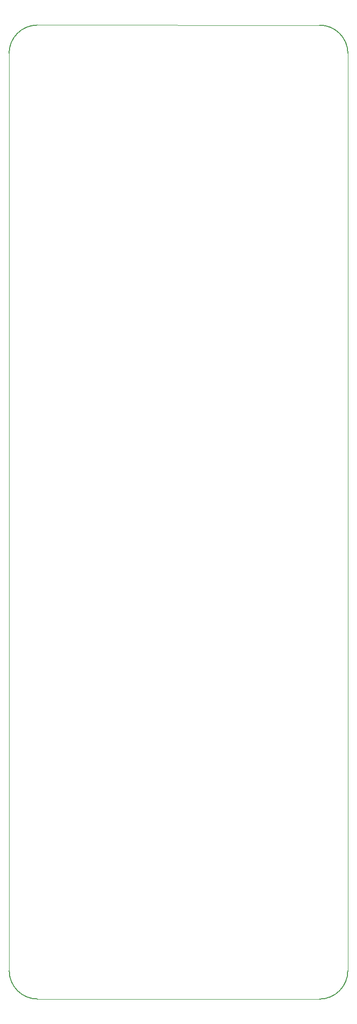
<source format=gbr>
%TF.GenerationSoftware,KiCad,Pcbnew,7.0.8*%
%TF.CreationDate,2023-11-15T13:51:47+01:00*%
%TF.ProjectId,module-rev1,6d6f6475-6c65-42d7-9265-76312e6b6963,rev?*%
%TF.SameCoordinates,Original*%
%TF.FileFunction,Profile,NP*%
%FSLAX46Y46*%
G04 Gerber Fmt 4.6, Leading zero omitted, Abs format (unit mm)*
G04 Created by KiCad (PCBNEW 7.0.8) date 2023-11-15 13:51:47*
%MOMM*%
%LPD*%
G01*
G04 APERTURE LIST*
%TA.AperFunction,Profile*%
%ADD10C,0.100000*%
%TD*%
%TA.AperFunction,Profile*%
%ADD11C,0.200000*%
%TD*%
G04 APERTURE END LIST*
D10*
X145713462Y-615330907D02*
X145728526Y-452862216D01*
X85700682Y-452874689D02*
X85722837Y-615337162D01*
X90744464Y-620337469D02*
X140713155Y-620352534D01*
D11*
X140713155Y-620352524D02*
G75*
G03*
X145713462Y-615330907I-19655J5019924D01*
G01*
X145728552Y-452862216D02*
G75*
G03*
X140706899Y-447861909I-5019952J-19684D01*
G01*
X85722870Y-615337162D02*
G75*
G03*
X90744464Y-620337469I5019930J19662D01*
G01*
D10*
X140706899Y-447861909D02*
X90700989Y-447853062D01*
D11*
X90700989Y-447853021D02*
G75*
G03*
X85700682Y-452874689I19711J-5019979D01*
G01*
M02*

</source>
